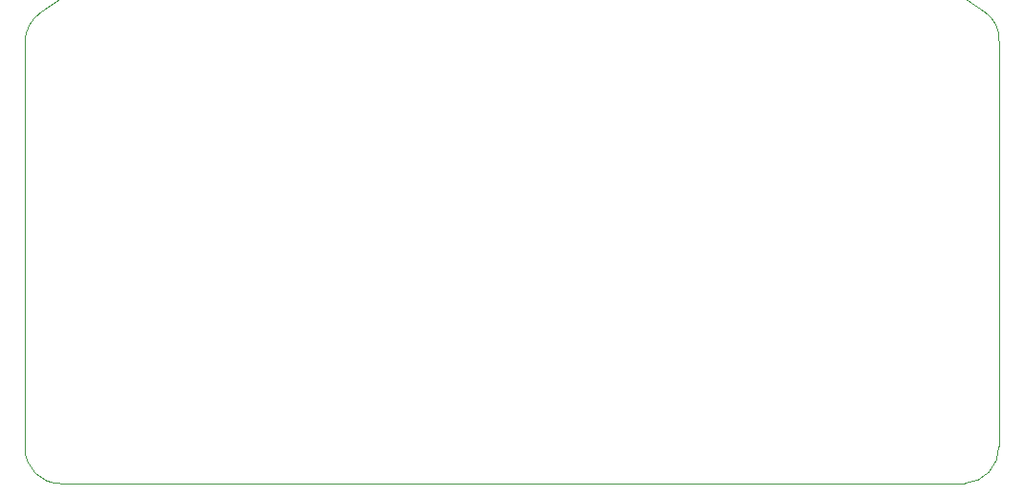
<source format=gbr>
%TF.GenerationSoftware,KiCad,Pcbnew,(6.0.1-0)*%
%TF.CreationDate,2022-08-02T01:26:45+01:00*%
%TF.ProjectId,powerboard_sc21_as25,706f7765-7262-46f6-9172-645f73633231,rev?*%
%TF.SameCoordinates,Original*%
%TF.FileFunction,Profile,NP*%
%FSLAX46Y46*%
G04 Gerber Fmt 4.6, Leading zero omitted, Abs format (unit mm)*
G04 Created by KiCad (PCBNEW (6.0.1-0)) date 2022-08-02 01:26:45*
%MOMM*%
%LPD*%
G01*
G04 APERTURE LIST*
%TA.AperFunction,Profile*%
%ADD10C,0.100000*%
%TD*%
G04 APERTURE END LIST*
D10*
X135150000Y-43810000D02*
G75*
G03*
X133910000Y-41240000I-2881316J193937D01*
G01*
X135125000Y-79725000D02*
X135150000Y-43810000D01*
X48889744Y-79860000D02*
G75*
G03*
X52050000Y-83000000I3140062J-3D01*
G01*
X50320000Y-41240000D02*
G75*
G03*
X48890000Y-43910000I1826726J-2696299D01*
G01*
X48890000Y-43910000D02*
X48889744Y-79860000D01*
X132080000Y-82990000D02*
G75*
G03*
X135125000Y-79725000I-152605J3194734D01*
G01*
X133910000Y-41240000D02*
G75*
G03*
X50320000Y-41240000I-41795000J-56412067D01*
G01*
X52050000Y-83000000D02*
X132080000Y-82990000D01*
M02*

</source>
